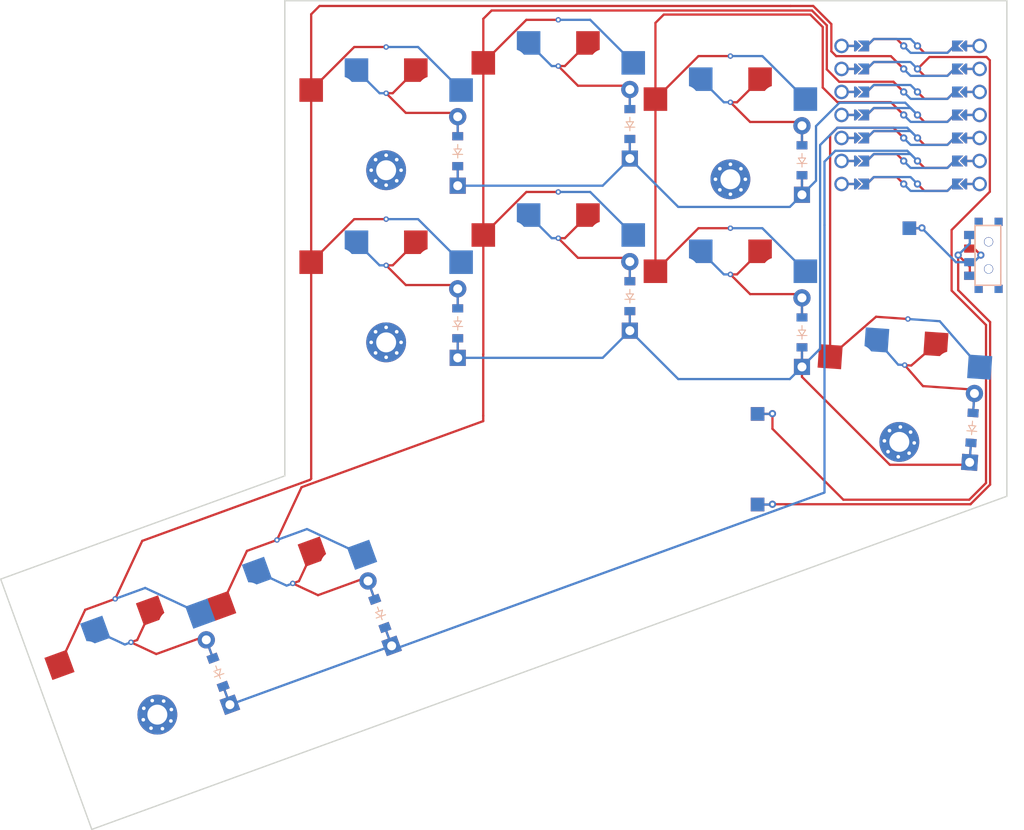
<source format=kicad_pcb>
(kicad_pcb (version 20240108) (generator "pcbnew") (generator_version "8.0")
  (title_block (title "nox_30") (rev "v1.0.0") (company "Unknown"))
  (layers (0 "F.Cu" signal) (31 "B.Cu" signal) (34 "B.Paste" user) (35 "F.Paste" user) (36 "B.SilkS" user "B.Silkscreen") (37 "F.SilkS" user "F.Silkscreen") (38 "B.Mask" user) (39 "F.Mask" user) (44 "Edge.Cuts" user))
  (net 0 "")
  (net 1 "index_home")
  (net 2 "P1")
  (net 3 "index_top")
  (net 4 "middle_home")
  (net 5 "P2")
  (net 6 "middle_top")
  (net 7 "ring_home")
  (net 8 "P3")
  (net 9 "ring_top")
  (net 10 "pinky_home")
  (net 11 "P4")
  (net 12 "one_main")
  (net 13 "two_main")
  (net 14 "P9")
  (net 15 "P10")
  (net 16 "P8")
  (net 17 "VCC5")
  (net 18 "GND")
  (net 19 "VCC3")
  (net 20 "RAW")
  (net 21 "P0")
  (net 22 "P5")
  (net 23 "P6")
  (net 24 "P7")
  (net 25 "BAT+")
  (footprint "E73:SPDT_C128955" (layer "F.Cu") (at 132.683672 66.664364 -90)
    (property "Reference" "T1" (hide yes))
    (property "Value" "" (hide yes))
  )
  (footprint "ComboDiode" (layer "F.Cu") (at 93.083668 71.164364 90)
    (property "Reference" "D3" (hide yes))
    (property "Value" "" (hide yes))
  )
  (footprint "SMDPad" (layer "F.Cu") (at 123.933673 63.664358 -90)
    (property "Reference" "PAD1" (hide yes))
    (property "Value" "" (hide yes))
  )
  (footprint "MountingHole_2.2mm_M2_Pad_Via" (layer "F.Cu") (at 66.183677 76.264363)
    (property "Reference" "_20" (hide yes))
    (property "Value" "")
  )
  (footprint "VIA-0.6mm" (layer "F.Cu") (at 66.183674 62.664364)
    (property "Reference" "REF**" (hide yes))
    (property "Value" "VIA-0.6mm" (hide yes))
  )
  (footprint "VIA-0.6mm" (layer "F.Cu") (at 66.183672 67.764364)
    (property "Reference" "REF**" (hide yes))
    (property "Value" "VIA-0.6mm" (hide yes))
  )
  (footprint "VIA-0.6mm" (layer "F.Cu") (at 36.276502 104.576974 20)
    (property "Reference" "REF**" (hide yes))
    (property "Value" "VIA-0.6mm" (hide yes))
  )
  (footprint "PG1350" (layer "F.Cu") (at 66.183674 71.164361)
    (property "Reference" "S1" (hide yes))
    (property "Value" "" (hide yes))
  )
  (footprint "MountingHole_2.2mm_M2_Pad_Via" (layer "F.Cu") (at 66.183673 57.264362)
    (property "Reference" "_19" (hide yes))
    (property "Value" "")
  )
  (footprint "PG1350" (layer "F.Cu") (at 39.183673 112.56436 20)
    (property "Reference" "S8" (hide yes))
    (property "Value" "" (hide yes))
  )
  (footprint "VIA-0.6mm" (layer "F.Cu") (at 54.130665 98.078594 20)
    (property "Reference" "REF**" (hide yes))
    (property "Value" "VIA-0.6mm" (hide yes))
  )
  (footprint "PG1350" (layer "F.Cu") (at 85.183674 49.164362)
    (property "Reference" "S4" (hide yes))
    (property "Value" "" (hide yes))
  )
  (footprint "ComboDiode" (layer "F.Cu") (at 112.083671 75.16436 90)
    (property "Reference" "D5" (hide yes))
    (property "Value" "" (hide yes))
  )
  (footprint "ComboDiode" (layer "F.Cu") (at 130.855157 85.708128 86)
    (property "Reference" "D7" (hide yes))
    (property "Value" "" (hide yes))
  )
  (footprint "MountingHole_2.2mm_M2_Pad_Via" (layer "F.Cu") (at 104.183673 58.264361)
    (property "Reference" "_21" (hide yes))
    (property "Value" "")
  )
  (footprint "ComboDiode" (layer "F.Cu") (at 107.183673 89.164363 90)
    (property "Reference" "BATTPAD1" (hide yes))
    (property "Value" "" (hide yes))
  )
  (footprint "VIA-0.6mm" (layer "F.Cu") (at 85.183671 64.76436)
    (property "Reference" "REF**" (hide yes))
    (property "Value" "VIA-0.6mm" (hide yes))
  )
  (footprint "VIA-0.6mm" (layer "F.Cu") (at 104.183673 63.664363)
    (property "Reference" "REF**" (hide yes))
    (property "Value" "VIA-0.6mm" (hide yes))
  )
  (footprint "ComboDiode" (layer "F.Cu") (at 93.083675 52.164361 90)
    (property "Reference" "D4" (hide yes))
    (property "Value" "" (hide yes))
  )
  (footprint "PG1350" (layer "F.Cu") (at 104.183675 72.164359)
    (property "Reference" "S5" (hide yes))
    (property "Value" "" (hide yes))
  )
  (footprint "ComboDiode" (layer "F.Cu") (at 65.487467 106.183099 110)
    (property "Reference" "D9" (hide yes))
    (property "Value" "" (hide yes))
  )
  (footprint "VIA-0.6mm" (layer "F.Cu") (at 85.183671 40.664363)
    (property "Reference" "REF**" (hide yes))
    (property "Value" "VIA-0.6mm" (hide yes))
  )
  (footprint "E73:SPDT_C128955" (layer "F.Cu") (at 132.683672 66.664364 -90)
    (property "Reference" "T2" (hide yes))
    (property "Value" "" (hide yes))
  )
  (footprint "PG1350" (layer "F.Cu") (at 123.183674 82.164361 -4)
    (property "Reference" "S7" (hide yes))
    (property "Value" "" (hide yes))
  )
  (footprint "VIA-0.6mm" (layer "F.Cu") (at 55.874965 102.871024 20)
    (property "Reference" "REF**" (hide yes))
    (property "Value" "VIA-0.6mm" (hide yes))
  )
  (footprint "PG1350" (layer "F.Cu") (at 85.183675 68.16436)
    (property "Reference" "S3" (hide yes))
    (property "Value" "" (hide yes))
  )
  (footprint "VIA-0.6mm" (layer "F.Cu") (at 104.183674 49.764361)
    (property "Reference" "REF**" (hide yes))
    (property "Value" "VIA-0.6mm" (hide yes))
  )
  (footprint "VIA-0.6mm" (layer "F.Cu") (at 85.183671 45.764361)
    (property "Reference" "REF**" (hide yes))
    (property "Value" "VIA-0.6mm" (hide yes))
  )
  (footprint "VIA-0.6mm" (layer "F.Cu") (at 104.183676 44.664362)
    (property "Reference" "REF**" (hide yes))
    (property "Value" "VIA-0.6mm" (hide yes))
  )
  (footprint "ComboDiode" (layer "F.Cu") (at 112.083672 56.16436 90)
    (property "Reference" "D6" (hide yes))
    (property "Value" "" (hide yes))
  )
  (footprint "VIA-0.6mm" (layer "F.Cu") (at 85.183674 59.664361)
    (property "Reference" "REF**" (hide yes))
    (property "Value" "VIA-0.6mm" (hide yes))
  )
  (footprint "ComboDiode" (layer "F.Cu") (at 47.633307 112.681483 110)
    (property "Reference" "D8" (hide yes))
    (property "Value" "" (hide yes))
  )
  (footprint "VIA-0.6mm" (layer "F.Cu") (at 66.18367 43.664359)
    (property "Reference" "REF**" (hide yes))
    (property "Value" "VIA-0.6mm" (hide yes))
  )
  (footprint "VIA-0.6mm" (layer "F.Cu") (at 123.420841 78.772642 -4)
    (property "Reference" "REF**" (hide yes))
    (property "Value" "VIA-0.6mm" (hide yes))
  )
  (footprint "ComboDiode" (layer "F.Cu") (at 74.083675 55.16436 90)
    (property "Reference" "D2" (hide yes))
    (property "Value" "" (hide yes))
  )
  (footprint "MountingHole_2.2mm_M2_Pad_Via" (layer "F.Cu") (at 40.927977 117.356797 20)
    (property "Reference" "_23" (hide yes))
    (property "Value" "")
  )
  (footprint "PG1350" (layer "F.Cu") (at 66.183672 52.164363)
    (property "Reference" "S2" (hide yes))
    (property "Value" "" (hide yes))
  )
  (footprint "PG1350" (layer "F.Cu") (at 104.183672 53.164363)
    (property "Reference" "S6" (hide yes))
    (property "Value" "" (hide yes))
  )
  (footprint "xiao-ble" (layer "F.Cu") (at 115.183674 61.664363 -90)
    (property "Reference" "xiao-ble1" (hide yes))
    (property "Value" "ProMicro" (hide yes))
  )
  (footprint "VIA-0.6mm" (layer "F.Cu") (at 123.776606 73.685068 -4)
    (property "Reference" "REF**" (hide yes))
    (property "Value" "VIA-0.6mm" (hide yes))
  )
  (footprint "VIA-0.6mm" (layer "F.Cu") (at 104.183673 68.76436)
    (property "Reference" "REF**" (hide yes))
    (property "Value" "VIA-0.6mm" (hide yes))
  )
  (footprint "ComboDiode" (layer "F.Cu") (at 74.08367 74.164364 90)
    (property "Reference" "D1" (hide yes))
    (property "Value" "" (hide yes))
  )
  (footprint "MountingHole_2.2mm_M2_Pad_Via" (layer "F.Cu") (at 122.827917 87.251937 -4)
    (property "Reference" "_22" (hide yes))
    (property "Value" "")
  )
  (footprint "VIA-0.6mm" (layer "F.Cu") (at 38.020803 109.369404 20)
    (property "Reference" "REF**" (hide yes))
    (property "Value" "VIA-0.6mm" (hide yes))
  )
  (footprint "PG1350" (layer "F.Cu") (at 57.037832 106.065976 20)
    (property "Reference" "S9" (hide yes))
    (property "Value" "" (hide yes))
  )
  (footprint "VIA-0.6mm" (layer "F.Cu") (at 66.183673 48.764361)
    (property "Reference" "REF**" (hide yes))
    (property "Value" "VIA-0.6mm" (hide yes))
  )
  (gr_line (start 134.7 38.55) (end 134.7 93.25) (stroke (width 0.15)) (layer "Edge.Cuts"))
  (gr_line (start 23.635685 102.39874) (end 34.489135 98.448407) (stroke (width 0.15)) (layer "Edge.Cuts"))
  (gr_line (start 34.489135 98.448407) (end 55 91) (stroke (width 0.15)) (layer "Edge.Cuts"))
  (gr_line (start 33.691077 130.025703) (end 23.635685 102.39874) (stroke (width 0.15)) (layer "Edge.Cuts"))
  (gr_line (start 55 38.55) (end 134.7 38.55) (stroke (width 0.15)) (layer "Edge.Cuts"))
  (gr_line (start 134.7 93.25) (end 33.691077 130.025703) (stroke (width 0.15)) (layer "Edge.Cuts"))
  (gr_line (start 55 91) (end 55 38.55) (stroke (width 0.15)) (layer "Edge.Cuts"))
  (segment (start 66.183672 67.764364) (end 68.357769 69.938463) (width 0.25) (layer "F.Cu") (net 1))
  (segment (start 73.667775 69.938461) (end 74.08367 70.354362) (width 0.25) (layer "F.Cu") (net 1))
  (segment (start 69.458671 65.214359) (end 66.908674 67.764363) (width 0.25) (layer "F.Cu") (net 1))
  (segment (start 68.357769 69.938463) (end 73.667775 69.938461) (width 0.25) (layer "F.Cu") (net 1))
  (segment (start 74.08367 70.354362) (end 74.083672 72.514363) (width 0.25) (layer "F.Cu") (net 1))
  (segment (start 66.908674 67.764363) (end 66.183672 67.764364) (width 0.25) (layer "F.Cu") (net 1))
  (segment (start 74.083673 70.354364) (end 74.083673 72.514366) (width 0.25) (layer "B.Cu") (net 1))
  (segment (start 65.458672 67.764366) (end 66.183672 67.764364) (width 0.25) (layer "B.Cu") (net 1))
  (segment (start 62.90867 65.21436) (end 65.458672 67.764366) (width 0.25) (layer "B.Cu") (net 1))
  (segment (start 115.324639 41.134243) (end 113.324641 39.134246) (width 0.25) (layer "F.Cu") (net 2))
  (segment (start 30.125143 111.870731) (end 32.964082 105.7826) (width 0.25) (layer "F.Cu") (net 2))
  (segment (start 57.789034 91.433153) (end 52.150872 93.485271) (width 0.25) (layer "F.Cu") (net 2))
  (segment (start 57.908672 40.050215) (end 58.824641 39.134246) (width 0.25) (layer "F.Cu") (net 2))
  (segment (start 57.908671 67.414364) (end 57.908673 91.313508) (width 0.25) (layer "F.Cu") (net 2))
  (segment (start 62.658674 62.664361) (end 66.183674 62.664364) (width 0.25) (layer "F.Cu") (net 2))
  (segment (start 121.896676 44.66936) (end 115.859755 44.669362) (width 0.25) (layer "F.Cu") (net 2))
  (segment (start 39.260937 98.176828) (end 36.276502 104.576974) (width 0.25) (layer "F.Cu") (net 2))
  (segment (start 57.908673 91.313508) (end 57.789034 91.433153) (width 0.25) (layer "F.Cu") (net 2))
  (segment (start 123.311676 46.08436) (end 121.896676 44.66936) (width 0.25) (layer "F.Cu") (net 2))
  (segment (start 113.324641 39.134246) (end 110.824642 39.134245) (width 0.25) (layer "F.Cu") (net 2))
  (segment (start 57.908673 67.414358) (end 62.658674 62.664361) (width 0.25) (layer "F.Cu") (net 2))
  (segment (start 115.859755 44.669362) (end 115.324641 44.134245) (width 0.25) (layer "F.Cu") (net 2))
  (segment (start 62.658674 43.66436) (end 66.18367 43.664359) (width 0.25) (layer "F.Cu") (net 2))
  (segment (start 58.824641 39.134246) (end 110.824642 39.134245) (width 0.25) (layer "F.Cu") (net 2))
  (segment (start 115.324641 44.134245) (end 115.324639 41.134243) (width 0.25) (layer "F.Cu") (net 2))
  (segment (start 52.150872 93.485271) (end 39.260937 98.176828) (width 0.25) (layer "F.Cu") (net 2))
  (segment (start 57.908674 48.414359) (end 57.908671 67.414364) (width 0.25) (layer "F.Cu") (net 2))
  (segment (start 57.908675 48.414361) (end 62.658674 43.66436) (width 0.25) (layer "F.Cu") (net 2))
  (segment (start 32.964082 105.7826) (end 36.276502 104.576974) (width 0.25) (layer "F.Cu") (net 2))
  (segment (start 57.908672 48.414364) (end 57.908672 40.050215) (width 0.25) (layer "F.Cu") (net 2))
  (segment (start 74.458672 67.414361) (end 69.708672 62.664361) (width 0.25) (layer "B.Cu") (net 2))
  (segment (start 69.708674 43.664358) (end 66.18367 43.664359) (width 0.25) (layer "B.Cu") (net 2))
  (segment (start 74.458673 48.414362) (end 69.708674 43.664358) (width 0.25) (layer "B.Cu") (net 2))
  (segment (start 69.708672 62.664361) (end 66.183674 62.664364) (width 0.25) (layer "B.Cu") (net 2))
  (segment (start 39.58892 103.37135) (end 36.276502 104.576974) (width 0.25) (layer "B.Cu") (net 2))
  (segment (start 45.677055 106.210299) (end 39.58892 103.37135) (width 0.25) (layer "B.Cu") (net 2))
  (segment (start 68.357774 50.938463) (end 73.667774 50.938464) (width 0.25) (layer "F.Cu") (net 3))
  (segment (start 73.667774 50.938464) (end 74.083673 51.354362) (width 0.25) (layer "F.Cu") (net 3))
  (segment (start 69.458669 46.214362) (end 66.908673 48.764363) (width 0.25) (layer "F.Cu") (net 3))
  (segment (start 66.183673 48.764361) (end 68.357774 50.938463) (width 0.25) (layer "F.Cu") (net 3))
  (segment (start 66.908673 48.764363) (end 66.183673 48.764361) (width 0.25) (layer "F.Cu") (net 3))
  (segment (start 74.083673 51.354362) (end 74.083671 53.514361) (width 0.25) (layer "F.Cu") (net 3))
  (segment (start 62.908669 46.214359) (end 65.458673 48.764366) (width 0.25) (layer "B.Cu") (net 3))
  (segment (start 74.083676 51.354362) (end 74.083674 53.514361) (width 0.25) (layer "B.Cu") (net 3))
  (segment (start 65.458673 48.764366) (end 66.183673 48.764361) (width 0.25) (layer "B.Cu") (net 3))
  (segment (start 93.083671 67.354362) (end 93.083672 69.514363) (width 0.25) (layer "F.Cu") (net 4))
  (segment (start 85.908673 64.76436) (end 85.183671 64.76436) (width 0.25) (layer "F.Cu") (net 4))
  (segment (start 85.183671 64.76436) (end 87.35777 66.938464) (width 0.25) (layer "F.Cu") (net 4))
  (segment (start 92.667773 66.938459) (end 93.083671 67.354362) (width 0.25) (layer "F.Cu") (net 4))
  (segment (start 88.458675 62.214359) (end 85.908673 64.76436) (width 0.25) (layer "F.Cu") (net 4))
  (segment (start 87.35777 66.938464) (end 92.667773 66.938459) (width 0.25) (layer "F.Cu") (net 4))
  (segment (start 84.458671 64.764364) (end 85.183671 64.76436) (width 0.25) (layer "B.Cu") (net 4))
  (segment (start 93.083668 67.354364) (end 93.083668 69.514362) (width 0.25) (layer "B.Cu") (net 4))
  (segment (start 81.908673 62.214363) (end 84.458671 64.764364) (width 0.25) (layer "B.Cu") (net 4))
  (segment (start 76.898509 77.587525) (end 76.908672 77.577364) (width 0.25) (layer "F.Cu") (net 5))
  (segment (start 113.188243 39.634246) (end 114.82464 41.270641) (width 0.25) (layer "F.Cu") (net 5))
  (segment (start 56.846149 92.255211) (end 76.891623 84.959256) (width 0.25) (layer "F.Cu") (net 5))
  (segment (start 76.898509 84.361986) (end 76.898509 77.587525) (width 0.25) (layer "F.Cu") (net 5))
  (segment (start 76.891623 84.959256) (end 76.898507 84.944487) (width 0.25) (layer "F.Cu") (net 5))
  (segment (start 76.898507 84.944487) (end 76.898509 84.361986) (width 0.25) (layer "F.Cu") (net 5))
  (segment (start 114.82464 41.270641) (end 114.824641 46.134243) (width 0.25) (layer "F.Cu") (net 5))
  (segment (start 81.658672 40.664367) (end 85.183671 40.664363) (width 0.25) (layer "F.Cu") (net 5))
  (segment (start 122.186674 47.499361) (end 123.311675 48.62436) (width 0.25) (layer "F.Cu") (net 5))
  (segment (start 76.908672 45.414363) (end 81.658672 40.664367) (width 0.25) (layer "F.Cu") (net 5))
  (segment (start 81.658674 59.66436) (end 85.183674 59.664361) (width 0.25) (layer "F.Cu") (net 5))
  (segment (start 114.824641 46.134243) (end 116.189757 47.499361) (width 0.25) (layer "F.Cu") (net 5))
  (segment (start 76.908673 40.550211) (end 77.824642 39.634246) (width 0.25) (layer "F.Cu") (net 5))
  (segment (start 77.824642 39.634246) (end 113.188243 39.634246) (width 0.25) (layer "F.Cu") (net 5))
  (segment (start 76.908672 77.577364) (end 76.908672 64.41436) (width 0.25) (layer "F.Cu") (net 5))
  (segment (start 54.130665 98.078594) (end 56.846149 92.255211) (width 0.25) (layer "F.Cu") (net 5))
  (segment (start 76.908675 45.41436) (end 76.908673 40.550211) (width 0.25) (layer "F.Cu") (net 5))
  (segment (start 116.189757 47.499361) (end 122.186674 47.499361) (width 0.25) (layer "F.Cu") (net 5))
  (segment (start 47.9793 105.372351) (end 50.818244 99.284217) (width 0.25) (layer "F.Cu") (net 5))
  (segment (start 50.818244 99.284217) (end 54.130665 98.078594) (width 0.25) (layer "F.Cu") (net 5))
  (segment (start 76.908675 45.41436) (end 76.908672 64.41436) (width 0.25) (layer "F.Cu") (net 5))
  (segment (start 76.908675 64.41436) (end 81.658674 59.66436) (width 0.25) (layer "F.Cu") (net 5))
  (segment (start 93.458676 45.414363) (end 88.708675 40.664365) (width 0.25) (layer "B.Cu") (net 5))
  (segment (start 88.708675 40.664365) (end 85.183671 40.664363) (width 0.25) (layer "B.Cu") (net 5))
  (segment (start 57.443081 96.872971) (end 54.130665 98.078594) (width 0.25) (layer "B.Cu") (net 5))
  (segment (start 88.708672 59.664359) (end 85.183674 59.664361) (width 0.25) (layer "B.Cu") (net 5))
  (segment (start 63.531213 99.711915) (end 57.443081 96.872971) (width 0.25) (layer "B.Cu") (net 5))
  (segment (start 93.458672 64.414361) (end 88.708672 59.664359) (width 0.25) (layer "B.Cu") (net 5))
  (segment (start 93.083672 48.354364) (end 93.08367 50.514361) (width 0.25) (layer "F.Cu") (net 6))
  (segment (start 87.357773 47.938461) (end 92.667774 47.938464) (width 0.25) (layer "F.Cu") (net 6))
  (segment (start 92.667774 47.938464) (end 93.083672 48.354364) (width 0.25) (layer "F.Cu") (net 6))
  (segment (start 85.908677 45.764362) (end 85.183671 45.764361) (width 0.25) (layer "F.Cu") (net 6))
  (segment (start 85.183671 45.764361) (end 87.357773 47.938461) (width 0.25) (layer "F.Cu") (net 6))
  (segment (start 88.458674 43.214362) (end 85.908677 45.764362) (width 0.25) (layer "F.Cu") (net 6))
  (segment (start 84.458673 45.764361) (end 85.183671 45.764361) (width 0.25) (layer "B.Cu") (net 6))
  (segment (start 81.908673 43.214365) (end 84.458673 45.764361) (width 0.25) (layer "B.Cu") (net 6))
  (segment (start 93.083675 48.354361) (end 93.083674 50.51436) (width 0.25) (layer "B.Cu") (net 6))
  (segment (start 106.357772 70.938463) (end 111.667768 70.93846) (width 0.25) (layer "F.Cu") (net 7))
  (segment (start 112.083675 71.354364) (end 112.083672 73.514366) (width 0.25) (layer "F.Cu") (net 7))
  (segment (start 111.667768 70.93846) (end 112.083675 71.354364) (width 0.25) (layer "F.Cu") (net 7))
  (segment (start 104.908672 68.764362) (end 104.183673 68.76436) (width 0.25) (layer "F.Cu") (net 7))
  (segment (start 104.183673 68.76436) (end 106.357772 70.938463) (width 0.25) (layer "F.Cu") (net 7))
  (segment (start 107.458673 66.214358) (end 104.908672 68.764362) (width 0.25) (layer "F.Cu") (net 7))
  (segment (start 112.083674 71.354363) (end 112.083673 73.514361) (width 0.25) (layer "B.Cu") (net 7))
  (segment (start 100.908674 66.214365) (end 103.458672 68.764362) (width 0.25) (layer "B.Cu") (net 7))
  (segment (start 103.458672 68.764362) (end 104.183673 68.76436) (width 0.25) (layer "B.Cu") (net 7))
  (segment (start 95.908675 49.414365) (end 95.908671 68.414362) (width 0.25) (layer "F.Cu") (net 8))
  (segment (start 121.896676 49.74936) (end 123.311676 51.16436) (width 0.25) (layer "F.Cu") (net 8))
  (segment (start 100.658676 44.664362) (end 104.183676 44.664362) (width 0.25) (layer "F.Cu") (net 8))
  (segment (start 115.987686 49.749361) (end 121.896676 49.74936) (width 0.25) (layer "F.Cu") (net 8))
  (segment (start 95.908671 68.414362) (end 100.65867 63.66436) (width 0.25) (layer "F.Cu") (net 8))
  (segment (start 114.37464 48.136316) (end 115.987686 49.749361) (width 0.25) (layer "F.Cu") (net 8))
  (segment (start 95.908676 49.414364) (end 95.908676 41.00021) (width 0.25) (layer "F.Cu") (net 8))
  (segment (start 114.37464 41.457035) (end 114.37464 48.136316) (width 0.25) (layer "F.Cu") (net 8))
  (segment (start 95.908675 49.414365) (end 100.658676 44.664362) (width 0.25) (layer "F.Cu") (net 8))
  (segment (start 100.65867 63.66436) (end 104.183673 63.664363) (width 0.25) (layer "F.Cu") (net 8))
  (segment (start 113.001848 40.084246) (end 114.37464 41.457035) (width 0.25) (layer "F.Cu") (net 8))
  (segment (start 96.824639 40.084244) (end 113.001848 40.084246) (width 0.25) (layer "F.Cu") (net 8))
  (segment (start 95.908676 41.00021) (end 96.824639 40.084244) (width 0.25) (layer "F.Cu") (net 8))
  (segment (start 112.458676 49.414361) (end 107.708669 44.664361) (width 0.25) (layer "B.Cu") (net 8))
  (segment (start 107.708669 44.664361) (end 104.183676 44.664362) (width 0.25) (layer "B.Cu") (net 8))
  (segment (start 112.458671 68.41436) (end 107.708671 63.664358) (width 0.25) (layer "B.Cu") (net 8))
  (segment (start 107.708671 63.664358) (end 104.183673 63.664363) (width 0.25) (layer "B.Cu") (net 8))
  (segment (start 104.908673 49.764365) (end 104.183674 49.764361) (width 0.25) (layer "F.Cu") (net 9))
  (segment (start 107.458675 47.214364) (end 104.908673 49.764365) (width 0.25) (layer "F.Cu") (net 9))
  (segment (start 106.357772 51.938462) (end 111.667775 51.938467) (width 0.25) (layer "F.Cu") (net 9))
  (segment (start 104.183674 49.764361) (end 106.357772 51.938462) (width 0.25) (layer "F.Cu") (net 9))
  (segment (start 112.083669 52.354361) (end 112.083671 54.514362) (width 0.25) (layer "F.Cu") (net 9))
  (segment (start 111.667775 51.938467) (end 112.083669 52.354361) (width 0.25) (layer "F.Cu") (net 9))
  (segment (start 100.908675 47.214363) (end 103.458669 49.764364) (width 0.25) (layer "B.Cu") (net 9))
  (segment (start 103.458669 49.764364) (end 104.183674 49.764361) (width 0.25) (layer "B.Cu") (net 9))
  (segment (start 112.083672 52.35436) (end 112.083672 54.514361) (width 0.25) (layer "B.Cu") (net 9))
  (segment (start 131.120935 81.907411) (end 130.970259 84.062147) (width 0.25) (layer "F.Cu") (net 10))
  (segment (start 125.43799 81.093103) (end 130.735063 81.463511) (width 0.25) (layer "F.Cu") (net 10))
  (segment (start 123.420841 78.772642) (end 125.43799 81.093103) (width 0.25) (layer "F.Cu") (net 10))
  (segment (start 124.14408 78.823215) (end 123.420841 78.772642) (width 0.25) (layer "F.Cu") (net 10))
  (segment (start 126.865742 76.457307) (end 124.14408 78.823215) (width 0.25) (layer "F.Cu") (net 10))
  (segment (start 130.735063 81.463511) (end 131.120935 81.907411) (width 0.25) (layer "F.Cu") (net 10))
  (segment (start 131.120929 81.907409) (end 130.970255 84.062147) (width 0.25) (layer "B.Cu") (net 10))
  (segment (start 122.697609 78.72207) (end 123.420841 78.772642) (width 0.25) (layer "B.Cu") (net 10))
  (segment (start 120.331701 76.000405) (end 122.697609 78.72207) (width 0.25) (layer "B.Cu") (net 10))
  (segment (start 122.186676 52.57936) (end 123.311675 53.704362) (width 0.25) (layer "F.Cu") (net 11))
  (segment (start 115.190419 77.84626) (end 120.260189 73.439177) (width 0.25) (layer "F.Cu") (net 11))
  (segment (start 115.987685 52.579359) (end 122.186676 52.57936) (width 0.25) (layer "F.Cu") (net 11))
  (segment (start 120.260189 73.439177) (end 123.776606 73.685068) (width 0.25) (layer "F.Cu") (net 11))
  (segment (start 115.19042 53.376627) (end 115.987685 52.579359) (width 0.25) (layer "F.Cu") (net 11))
  (segment (start 115.190418 77.84626) (end 115.19042 53.376627) (width 0.25) (layer "F.Cu") (net 11))
  (segment (start 127.293018 73.93096) (end 123.776606 73.685068) (width 0.25) (layer "B.Cu") (net 11))
  (segment (start 131.700098 79.000728) (end 127.293018 73.93096) (width 0.25) (layer "B.Cu") (net 11))
  (segment (start 40.226145 105.853075) (end 38.702081 109.12144) (width 0.25) (layer "F.Cu") (net 12))
  (segment (start 47.068972 111.130984) (end 47.068972 111.130987) (width 0.25) (layer "F.Cu") (net 12))
  (segment (start 38.020803 109.369404) (end 40.807377 110.668805) (width 0.25) (layer "F.Cu") (net 12))
  (segment (start 38.702081 109.12144) (end 38.020803 109.369404) (width 0.25) (layer "F.Cu") (net 12))
  (segment (start 45.797139 108.852679) (end 46.330208 109.101254) (width 0.25) (layer "F.Cu") (net 12))
  (segment (start 46.330208 109.101254) (end 47.068972 111.130984) (width 0.25) (layer "F.Cu") (net 12))
  (segment (start 40.807377 110.668805) (end 45.797139 108.852679) (width 0.25) (layer "F.Cu") (net 12))
  (segment (start 37.339533 109.617369) (end 38.020803 109.369404) (width 0.25) (layer "B.Cu") (net 12))
  (segment (start 34.07116 108.093304) (end 37.339533 109.617369) (width 0.25) (layer "B.Cu") (net 12))
  (segment (start 46.330209 109.101253) (end 47.068972 111.130987) (width 0.25) (layer "B.Cu") (net 12))
  (segment (start 47.068972 111.130987) (end 47.068974 111.130989) (width 0.25) (layer "B.Cu") (net 12))
  (segment (start 58.080305 99.354692) (end 56.556236 102.623061) (width 0.25) (layer "F.Cu") (net 13))
  (segment (start 56.556236 102.623061) (end 55.874965 102.871024) (width 0.25) (layer "F.Cu") (net 13))
  (segment (start 58.661532 104.170424) (end 63.651297 102.354297) (width 0.25) (layer "F.Cu") (net 13))
  (segment (start 63.651297 102.354297) (end 64.184369 102.602868) (width 0.25) (layer "F.Cu") (net 13))
  (segment (start 64.923132 104.632602) (end 64.923131 104.632604) (width 0.25) (layer "F.Cu") (net 13))
  (segment (start 64.184369 102.602868) (end 64.923132 104.632602) (width 0.25) (layer "F.Cu") (net 13))
  (segment (start 55.874965 102.871024) (end 58.661532 104.170424) (width 0.25) (layer "F.Cu") (net 13))
  (segment (start 64.923133 104.632605) (end 64.923135 104.632607) (width 0.25) (layer "B.Cu") (net 13))
  (segment (start 64.184369 102.602869) (end 64.923133 104.632605) (width 0.25) (layer "B.Cu") (net 13))
  (segment (start 51.925318 101.594922) (end 55.193688 103.118991) (width 0.25) (layer "B.Cu") (net 13))
  (segment (start 55.193688 103.118991) (end 55.874965 102.871024) (width 0.25) (layer "B.Cu") (net 13))
  (segment (start 112.083672 76.814362) (end 112.083673 78.974365) (width 0.25) (layer "F.Cu") (net 14))
  (segment (start 112.083672 80.078584) (end 112.083672 78.97436) (width 0.25) (layer "F.Cu") (net 14))
  (segment (start 74.083674 75.81436) (end 74.083671 77.974364) (width 0.25) (layer "F.Cu") (net 14))
  (segment (start 130.740063 87.354113) (end 130.589386 89.508845) (width 0.25) (layer "F.Cu") (net 14))
  (segment (start 130.321293 89.776937) (end 121.782026 89.776938) (width 0.25) (layer "F.Cu") (net 14))
  (segment (start 130.589385 89.508844) (end 130.321293 89.776937) (width 0.25) (layer "F.Cu") (net 14))
  (segment (start 121.782026 89.776938) (end 112.083672 80.078584) (width 0.25) (layer "F.Cu") (net 14))
  (segment (start 93.083672 72.814364) (end 93.083668 74.974363) (width 0.25) (layer "F.Cu") (net 14))
  (segment (start 123.710673 52.579363) (end 124.835672 53.704361) (width 0.25) (layer "B.Cu") (net 14))
  (segment (start 115.987683 52.57936) (end 123.710673 52.579363) (width 0.25) (layer "B.Cu") (net 14))
  (segment (start 98.425098 80.315787) (end 110.742249 80.315788) (width 0.25) (layer "B.Cu") (net 14))
  (segment (start 110.742249 80.315788) (end 112.083676 78.974364) (width 0.25) (layer "B.Cu") (net 14))
  (segment (start 93.083669 72.814362) (end 93.083667 74.974363) (width 0.25) (layer "B.Cu") (net 14))
  (segment (start 74.083669 77.974363) (end 90.083671 77.974364) (width 0.25) (layer "B.Cu") (net 14))
  (segment (start 114.083674 54.483374) (end 115.987683 52.57936) (width 0.25) (layer "B.Cu") (net 14))
  (segment (start 114.083671 76.974364) (end 114.083674 54.483374) (width 0.25) (layer "B.Cu") (net 14))
  (segment (start 74.083673 75.814364) (end 74.083671 77.974364) (width 0.25) (layer "B.Cu") (net 14))
  (segment (start 93.08367 74.974361) (end 98.425098 80.315787) (width 0.25) (layer "B.Cu") (net 14))
  (segment (start 90.083671 77.974364) (end 93.08367 74.974361) (width 0.25) (layer "B.Cu") (net 14))
  (segment (start 130.740058 87.354109) (end 130.589384 89.508847) (width 0.25) (layer "B.Cu") (net 14))
  (segment (start 112.083673 76.814362) (end 112.083672 78.97436) (width 0.25) (layer "B.Cu") (net 14))
  (segment (start 112.083676 78.974364) (end 114.083671 76.974364) (width 0.25) (layer "B.Cu") (net 14))
  (segment (start 74.083671 56.81436) (end 74.083673 58.974358) (width 0.25) (layer "F.Cu") (net 15))
  (segment (start 112.083675 57.81436) (end 112.083671 59.974363) (width 0.25) (layer "F.Cu") (net 15))
  (segment (start 93.083674 53.814363) (end 93.083672 55.974361) (width 0.25) (layer "F.Cu") (net 15))
  (segment (start 90.08367 58.97436) (end 93.083677 55.974357) (width 0.25) (layer "B.Cu") (net 15))
  (segment (start 98.425104 61.315786) (end 110.742244 61.31579) (width 0.25) (layer "B.Cu") (net 15))
  (segment (start 93.083676 53.81436) (end 93.083673 55.974359) (width 0.25) (layer "B.Cu") (net 15))
  (segment (start 112.083674 57.81436) (end 112.083672 59.974361) (width 0.25) (layer "B.Cu") (net 15))
  (segment (start 123.487101 49.815787) (end 124.835672 51.164362) (width 0.25) (layer "B.Cu") (net 15))
  (segment (start 113.633674 52.393369) (end 116.211254 49.81579) (width 0.25) (layer "B.Cu") (net 15))
  (segment (start 113.633673 58.424363) (end 113.633674 52.393369) (width 0.25) (layer "B.Cu") (net 15))
  (segment (start 74.083674 58.974358) (end 90.08367 58.97436) (width 0.25) (layer "B.Cu") (net 15))
  (segment (start 112.083672 59.974361) (end 113.633673 58.424363) (width 0.25) (layer "B.Cu") (net 15))
  (segment (start 116.211254 49.81579) (end 123.487101 49.815787) (width 0.25) (layer "B.Cu") (net 15))
  (segment (start 93.083677 55.974357) (end 98.425104 61.315786) (width 0.25) (layer "B.Cu") (net 15))
  (segment (start 110.742244 61.31579) (end 112.083672 59.974361) (width 0.25) (layer "B.Cu") (net 15))
  (segment (start 74.083675 56.814361) (end 74.083674 58.974359) (width 0.25) (layer "B.Cu") (net 15))
  (segment (start 48.936401 116.261708) (end 48.936406 116.261708) (width 0.25) (layer "F.Cu") (net 16))
  (segment (start 66.790561 109.763326) (end 66.790564 109.763325) (width 0.25) (layer "F.Cu") (net 16))
  (segment (start 66.790564 109.763325) (end 66.823183 109.751452) (width 0.25) (layer "F.Cu") (net 16))
  (segment (start 66.051798 107.733593) (end 66.790561 109.763326) (width 0.25) (layer "F.Cu") (net 16))
  (segment (start 48.197636 114.231974) (end 48.936401 116.261708) (width 0.25) (layer "F.Cu") (net 16))
  (segment (start 114.570021 63.31579) (end 114.570022 92.819172) (width 0.25) (layer "B.Cu") (net 16))
  (segment (start 67.35876 110.028281) (end 66.790567 109.763327) (width 0.25) (layer "B.Cu") (net 16))
  (segment (start 66.790562 109.763326) (end 66.790565 109.763328) (width 0.25) (layer "B.Cu") (net 16))
  (segment (start 114.529744 92.859445) (end 67.35876 110.028281) (width 0.25) (layer "B.Cu") (net 16))
  (segment (start 123.710673 55.119361) (end 115.766446 55.119362) (width 0.25) (layer "B.Cu") (net 16))
  (segment (start 48.197639 114.231975) (end 48.936402 116.26171) (width 0.25) (layer "B.Cu") (net 16))
  (segment (start 66.0518 107.733592) (end 66.790562 109.763326) (width 0.25) (layer "B.Cu") (net 16))
  (segment (start 124.835672 56.24436) (end 123.710673 55.119361) (width 0.25) (layer "B.Cu") (net 16))
  (segment (start 115.766446 55.119362) (end 114.570022 56.315788) (width 0.25) (layer "B.Cu") (net 16))
  (segment (start 114.570022 56.315788) (end 114.570021 63.31579) (width 0.25) (layer "B.Cu") (net 16))
  (segment (start 48.936402 116.26171) (end 48.936404 116.26171) (width 0.25) (layer "B.Cu") (net 16))
  (segment (start 48.936404 116.261708) (end 66.790567 109.763327) (width 0.25) (layer "B.Cu") (net 16))
  (segment (start 114.570022 92.819172) (end 114.529744 92.859445) (width 0.25) (layer "B.Cu") (net 16))
  (segment (start 130.547278 93.634246) (end 132.398429 91.783095) (width 0.25) (layer "F.Cu") (net 18))
  (segment (start 128.599639 70.54564) (end 128.599639 63.859246) (width 0.25) (layer "F.Cu") (net 18))
  (segment (start 132.398429 74.34443) (end 128.599639 70.54564) (width 0.25) (layer "F.Cu") (net 18))
  (segment (start 132.398429 91.783095) (end 132.398429 74.34443) (width 0.25) (layer "F.Cu") (net 18))
  (segment (start 126.154673 44.765364) (end 124.835675 46.08436) (width 0.25) (layer "F.Cu") (net 18))
  (segment (start 132.818675 59.64021) (end 132.818677 45.12828) (width 0.25) (layer "F.Cu") (net 18))
  (segment (start 107.183673 84.164362) (end 108.794523 84.164361) (width 0.25) (layer "F.Cu") (net 18))
  (segment (start 108.824641 84.134247) (end 108.82464 85.805332) (width 0.25) (layer "F.Cu") (net 18))
  (segment (start 116.653554 93.634246) (end 130.547278 93.634246) (width 0.25) (layer "F.Cu") (net 18))
  (segment (start 132.818677 45.12828) (end 132.45576 44.765365) (width 0.25) (layer "F.Cu") (net 18))
  (segment (start 128.599639 63.859246) (end 132.818675 59.64021) (width 0.25) (layer "F.Cu") (net 18))
  (segment (start 108.794523 84.164361) (end 108.824641 84.134247) (width 0.25) (layer "F.Cu") (net 18))
  (segment (start 132.45576 44.765365) (end 126.154673 44.765364) (width 0.25) (layer "F.Cu") (net 18))
  (segment (start 108.82464 85.805332) (end 116.653554 93.634246) (width 0.25) (layer "F.Cu") (net 18))
  (via (at 108.824641 84.134247) (size 0.8) (drill 0.4) (layers "F.Cu" "B.Cu") (net 18))
  (segment (start 107.183673 84.164362) (end 108.794523 84.164361) (width 0.25) (layer "B.Cu") (net 18))
  (segment (start 108.794523 84.164361) (end 108.824641 84.134247) (width 0.25) (layer "B.Cu") (net 18))
  (segment (start 130.608672 65.914363) (end 131.104757 65.91436) (width 0.25) (layer "F.Cu") (net 20))
  (segment (start 125.294527 63.664358) (end 125.32464 63.634245) (width 0.25) (layer "F.Cu") (net 20))
  (segment (start 123.933673 63.664358) (end 125.294527 63.664358) (width 0.25) (layer "F.Cu") (net 20))
  (segment (start 131.104757 65.91436) (end 131.824641 66.634245) (width 0.25) (layer "F.Cu") (net 20))
  (via (at 125.32464 63.634245) (size 0.8) (drill 0.4) (layers "F.Cu" "B.Cu") (net 20))
  (via (at 131.824641 66.634245) (size 0.8) (drill 0.4) (layers "F.Cu" "B.Cu") (net 20))
  (segment (start 129.079453 67.414365) (end 125.324642 63.65955) (width 0.25) (layer "B.Cu") (net 20))
  (segment (start 130.608674 67.414362) (end 129.079453 67.414365) (width 0.25) (layer "B.Cu") (net 20))
  (segment (start 125.324642 63.65955) (end 125.32464 63.634245) (width 0.25) (layer "B.Cu") (net 20))
  (segment (start 131.044522 67.414361) (end 131.824641 66.634245) (width 0.25) (layer "B.Cu") (net 20))
  (segment (start 123.933673 63.664358) (end 125.294527 63.664358) (width 0.25) (layer "B.Cu") (net 20))
  (segment (start 125.294527 63.664358) (end 125.32464 63.634245) (width 0.25) (layer "B.Cu") (net 20))
  (segment (start 130.608674 67.414362) (end 131.044522 67.414361) (width 0.25) (layer "B.Cu") (net 20))
  (segment (start 130.608672 67.918276) (end 129.324642 66.634245) (width 0.25) (layer "F.Cu") (net 25))
  (segment (start 107.183671 94.164361) (end 108.794524 94.164362) (width 0.25) (layer "F.Cu") (net 25))
  (segment (start 108.824642 94.134244) (end 130.683672 94.134243) (width 0.25) (layer "F.Cu") (net 25))
  (segment (start 130.733669 94.084246) (end 130.733674 94.084246) (width 0.25) (layer "F.Cu") (net 25))
  (segment (start 130.683672 94.134243) (end 130.733669 94.084246) (width 0.25) (layer "F.Cu") (net 25))
  (segment (start 108.794524 94.164362) (end 108.824642 94.134244) (width 0.25) (layer "F.Cu") (net 25))
  (segment (start 132.848429 91.969491) (end 132.848429 74.023789) (width 0.25) (layer "F.Cu") (net 25))
  (segment (start 132.848429 74.023789) (end 129.32464 70.5) (width 0.25) (layer "F.Cu") (net 25))
  (segment (start 130.608674 68.914365) (end 130.608672 67.918276) (width 0.25) (layer "F.Cu") (net 25))
  (segment (start 129.32464 70.5) (end 129.324642 66.634245) (width 0.25) (layer "F.Cu") (net 25))
  (segment (start 130.733674 94.084246) (end 132.848429 91.969491) (width 0.25) (layer "F.Cu") (net 25))
  (via (at 129.324642 66.634245) (size 0.8) (drill 0.4) (layers "F.Cu" "B.Cu") (net 25))
  (via (at 108.824642 94.134244) (size 0.8) (drill 0.4) (layers "F.Cu" "B.Cu") (net 25))
  (segment (start 107.183671 94.164361) (end 108.794524 94.164362) (width 0.25) (layer "B.Cu") (net 25))
  (segment (start 130.608674 65.350212) (end 129.324642 66.634245) (width 0.25) (layer "B.Cu") (net 25))
  (segment (start 108.794524 94.164362) (end 108.824642 94.134244) (width 0.25) (layer "B.Cu") (net 25))
  (segment (start 130.608672 64.414361) (end 130.608674 65.350212) (width 0.25) (layer "B.Cu") (net 25))
)
</source>
